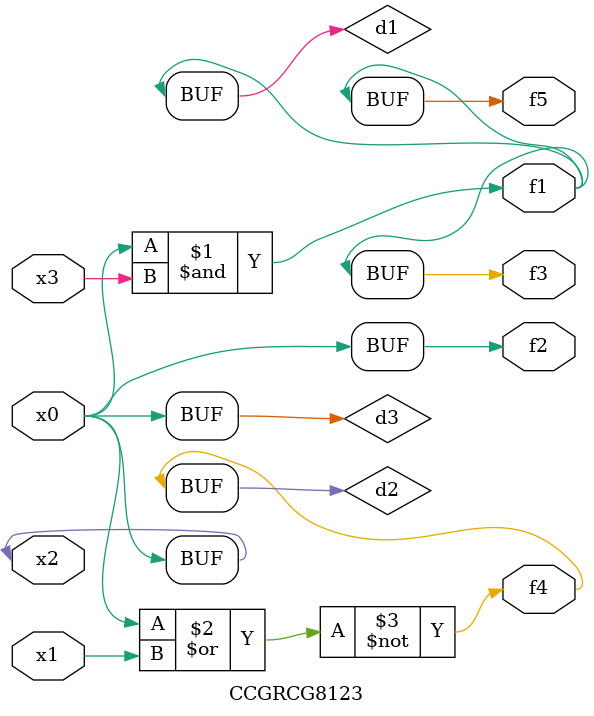
<source format=v>
module CCGRCG8123(
	input x0, x1, x2, x3,
	output f1, f2, f3, f4, f5
);

	wire d1, d2, d3;

	and (d1, x2, x3);
	nor (d2, x0, x1);
	buf (d3, x0, x2);
	assign f1 = d1;
	assign f2 = d3;
	assign f3 = d1;
	assign f4 = d2;
	assign f5 = d1;
endmodule

</source>
